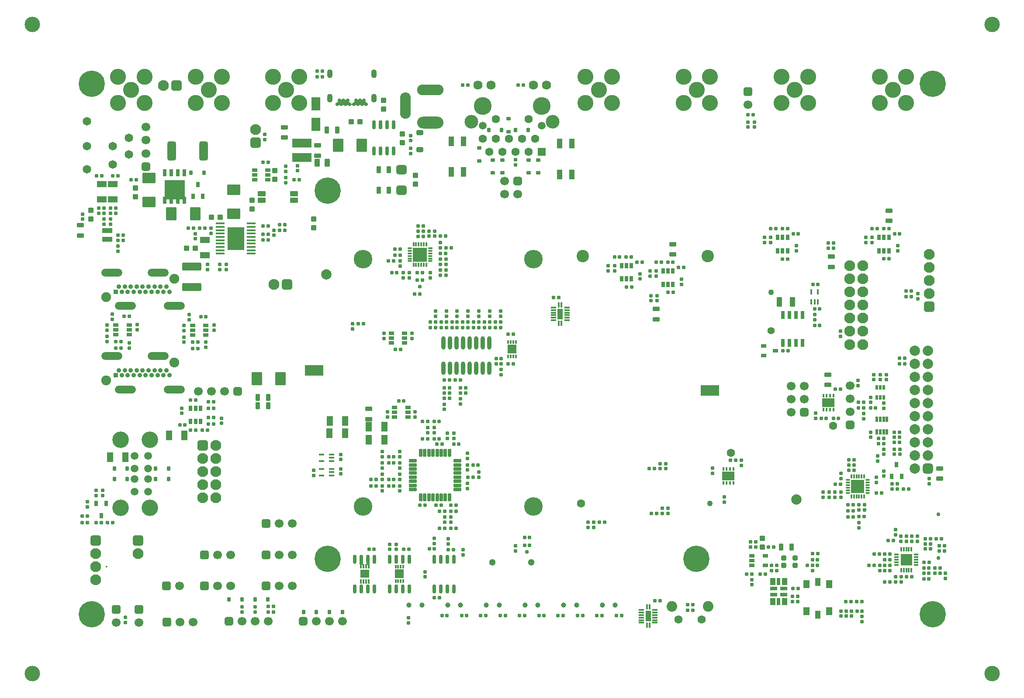
<source format=gbs>
G04*
G04 #@! TF.GenerationSoftware,Altium Limited,Altium Designer,19.1.6 (110)*
G04*
G04 Layer_Color=16711935*
%FSLAX44Y44*%
%MOMM*%
G71*
G01*
G75*
%ADD43C,1.6000*%
%ADD102C,3.0000*%
%ADD124C,1.7000*%
G04:AMPARAMS|DCode=136|XSize=1.1mm|YSize=1mm|CornerRadius=0.1625mm|HoleSize=0mm|Usage=FLASHONLY|Rotation=270.000|XOffset=0mm|YOffset=0mm|HoleType=Round|Shape=RoundedRectangle|*
%AMROUNDEDRECTD136*
21,1,1.1000,0.6750,0,0,270.0*
21,1,0.7750,1.0000,0,0,270.0*
1,1,0.3250,-0.3375,-0.3875*
1,1,0.3250,-0.3375,0.3875*
1,1,0.3250,0.3375,0.3875*
1,1,0.3250,0.3375,-0.3875*
%
%ADD136ROUNDEDRECTD136*%
G04:AMPARAMS|DCode=138|XSize=1.9mm|YSize=1.25mm|CornerRadius=0.1938mm|HoleSize=0mm|Usage=FLASHONLY|Rotation=180.000|XOffset=0mm|YOffset=0mm|HoleType=Round|Shape=RoundedRectangle|*
%AMROUNDEDRECTD138*
21,1,1.9000,0.8625,0,0,180.0*
21,1,1.5125,1.2500,0,0,180.0*
1,1,0.3875,-0.7563,0.4313*
1,1,0.3875,0.7563,0.4313*
1,1,0.3875,0.7563,-0.4313*
1,1,0.3875,-0.7563,-0.4313*
%
%ADD138ROUNDEDRECTD138*%
G04:AMPARAMS|DCode=169|XSize=0.7mm|YSize=0.7mm|CornerRadius=0.11mm|HoleSize=0mm|Usage=FLASHONLY|Rotation=180.000|XOffset=0mm|YOffset=0mm|HoleType=Round|Shape=RoundedRectangle|*
%AMROUNDEDRECTD169*
21,1,0.7000,0.4800,0,0,180.0*
21,1,0.4800,0.7000,0,0,180.0*
1,1,0.2200,-0.2400,0.2400*
1,1,0.2200,0.2400,0.2400*
1,1,0.2200,0.2400,-0.2400*
1,1,0.2200,-0.2400,-0.2400*
%
%ADD169ROUNDEDRECTD169*%
G04:AMPARAMS|DCode=170|XSize=2.6mm|YSize=2.1mm|CornerRadius=0.3mm|HoleSize=0mm|Usage=FLASHONLY|Rotation=90.000|XOffset=0mm|YOffset=0mm|HoleType=Round|Shape=RoundedRectangle|*
%AMROUNDEDRECTD170*
21,1,2.6000,1.5000,0,0,90.0*
21,1,2.0000,2.1000,0,0,90.0*
1,1,0.6000,0.7500,1.0000*
1,1,0.6000,0.7500,-1.0000*
1,1,0.6000,-0.7500,-1.0000*
1,1,0.6000,-0.7500,1.0000*
%
%ADD170ROUNDEDRECTD170*%
G04:AMPARAMS|DCode=171|XSize=0.6mm|YSize=0.7mm|CornerRadius=0.1mm|HoleSize=0mm|Usage=FLASHONLY|Rotation=90.000|XOffset=0mm|YOffset=0mm|HoleType=Round|Shape=RoundedRectangle|*
%AMROUNDEDRECTD171*
21,1,0.6000,0.5000,0,0,90.0*
21,1,0.4000,0.7000,0,0,90.0*
1,1,0.2000,0.2500,0.2000*
1,1,0.2000,0.2500,-0.2000*
1,1,0.2000,-0.2500,-0.2000*
1,1,0.2000,-0.2500,0.2000*
%
%ADD171ROUNDEDRECTD171*%
G04:AMPARAMS|DCode=172|XSize=0.6mm|YSize=0.7mm|CornerRadius=0.1mm|HoleSize=0mm|Usage=FLASHONLY|Rotation=0.000|XOffset=0mm|YOffset=0mm|HoleType=Round|Shape=RoundedRectangle|*
%AMROUNDEDRECTD172*
21,1,0.6000,0.5000,0,0,0.0*
21,1,0.4000,0.7000,0,0,0.0*
1,1,0.2000,0.2000,-0.2500*
1,1,0.2000,-0.2000,-0.2500*
1,1,0.2000,-0.2000,0.2500*
1,1,0.2000,0.2000,0.2500*
%
%ADD172ROUNDEDRECTD172*%
G04:AMPARAMS|DCode=173|XSize=1.5mm|YSize=1.1mm|CornerRadius=0.175mm|HoleSize=0mm|Usage=FLASHONLY|Rotation=90.000|XOffset=0mm|YOffset=0mm|HoleType=Round|Shape=RoundedRectangle|*
%AMROUNDEDRECTD173*
21,1,1.5000,0.7500,0,0,90.0*
21,1,1.1500,1.1000,0,0,90.0*
1,1,0.3500,0.3750,0.5750*
1,1,0.3500,0.3750,-0.5750*
1,1,0.3500,-0.3750,-0.5750*
1,1,0.3500,-0.3750,0.5750*
%
%ADD173ROUNDEDRECTD173*%
%ADD174C,2.0000*%
%ADD175R,3.6000X2.0000*%
G04:AMPARAMS|DCode=176|XSize=0.7mm|YSize=0.7mm|CornerRadius=0.11mm|HoleSize=0mm|Usage=FLASHONLY|Rotation=90.000|XOffset=0mm|YOffset=0mm|HoleType=Round|Shape=RoundedRectangle|*
%AMROUNDEDRECTD176*
21,1,0.7000,0.4800,0,0,90.0*
21,1,0.4800,0.7000,0,0,90.0*
1,1,0.2200,0.2400,0.2400*
1,1,0.2200,0.2400,-0.2400*
1,1,0.2200,-0.2400,-0.2400*
1,1,0.2200,-0.2400,0.2400*
%
%ADD176ROUNDEDRECTD176*%
G04:AMPARAMS|DCode=177|XSize=0.7mm|YSize=0.8mm|CornerRadius=0.125mm|HoleSize=0mm|Usage=FLASHONLY|Rotation=270.000|XOffset=0mm|YOffset=0mm|HoleType=Round|Shape=RoundedRectangle|*
%AMROUNDEDRECTD177*
21,1,0.7000,0.5500,0,0,270.0*
21,1,0.4500,0.8000,0,0,270.0*
1,1,0.2500,-0.2750,-0.2250*
1,1,0.2500,-0.2750,0.2250*
1,1,0.2500,0.2750,0.2250*
1,1,0.2500,0.2750,-0.2250*
%
%ADD177ROUNDEDRECTD177*%
%ADD185C,1.1000*%
%ADD186C,1.4000*%
%ADD187C,1.7800*%
%ADD188C,1.6080*%
%ADD189C,1.5080*%
%ADD190R,1.6080X1.6080*%
%ADD191C,2.6500*%
%ADD192C,3.4500*%
%ADD193C,1.6500*%
%ADD194O,2.1000X5.1000*%
%ADD195O,5.1000X2.3000*%
%ADD196O,5.1000X2.1000*%
%ADD197C,2.4000*%
%ADD198C,0.7500*%
%ADD199C,1.3000*%
%ADD200C,5.1000*%
%ADD201O,1.1000X1.7000*%
%ADD202C,0.7300*%
%ADD203C,2.0500*%
%ADD204C,1.5000*%
%ADD205C,3.2000*%
%ADD206C,2.1000*%
G04:AMPARAMS|DCode=207|XSize=2.1mm|YSize=2.1mm|CornerRadius=0.55mm|HoleSize=0mm|Usage=FLASHONLY|Rotation=270.000|XOffset=0mm|YOffset=0mm|HoleType=Round|Shape=RoundedRectangle|*
%AMROUNDEDRECTD207*
21,1,2.1000,1.0000,0,0,270.0*
21,1,1.0000,2.1000,0,0,270.0*
1,1,1.1000,-0.5000,-0.5000*
1,1,1.1000,-0.5000,0.5000*
1,1,1.1000,0.5000,0.5000*
1,1,1.1000,0.5000,-0.5000*
%
%ADD207ROUNDEDRECTD207*%
G04:AMPARAMS|DCode=208|XSize=1.7mm|YSize=1.7mm|CornerRadius=0.45mm|HoleSize=0mm|Usage=FLASHONLY|Rotation=90.000|XOffset=0mm|YOffset=0mm|HoleType=Round|Shape=RoundedRectangle|*
%AMROUNDEDRECTD208*
21,1,1.7000,0.8000,0,0,90.0*
21,1,0.8000,1.7000,0,0,90.0*
1,1,0.9000,0.4000,0.4000*
1,1,0.9000,0.4000,-0.4000*
1,1,0.9000,-0.4000,-0.4000*
1,1,0.9000,-0.4000,0.4000*
%
%ADD208ROUNDEDRECTD208*%
%ADD209O,4.1000X1.5000*%
%ADD210C,0.9000*%
%ADD211R,0.9000X0.9000*%
%ADD212C,1.9000*%
G04:AMPARAMS|DCode=213|XSize=1.624mm|YSize=1.624mm|CornerRadius=0.2405mm|HoleSize=0mm|Usage=FLASHONLY|Rotation=90.000|XOffset=0mm|YOffset=0mm|HoleType=Round|Shape=RoundedRectangle|*
%AMROUNDEDRECTD213*
21,1,1.6240,1.1430,0,0,90.0*
21,1,1.1430,1.6240,0,0,90.0*
1,1,0.4810,0.5715,0.5715*
1,1,0.4810,0.5715,-0.5715*
1,1,0.4810,-0.5715,-0.5715*
1,1,0.4810,-0.5715,0.5715*
%
%ADD213ROUNDEDRECTD213*%
%ADD214C,3.1000*%
%ADD215C,0.3500*%
G04:AMPARAMS|DCode=216|XSize=2mm|YSize=2mm|CornerRadius=0.525mm|HoleSize=0mm|Usage=FLASHONLY|Rotation=90.000|XOffset=0mm|YOffset=0mm|HoleType=Round|Shape=RoundedRectangle|*
%AMROUNDEDRECTD216*
21,1,2.0000,0.9500,0,0,90.0*
21,1,0.9500,2.0000,0,0,90.0*
1,1,1.0500,0.4750,0.4750*
1,1,1.0500,0.4750,-0.4750*
1,1,1.0500,-0.4750,-0.4750*
1,1,1.0500,-0.4750,0.4750*
%
%ADD216ROUNDEDRECTD216*%
G04:AMPARAMS|DCode=217|XSize=1.7mm|YSize=1.7mm|CornerRadius=0.45mm|HoleSize=0mm|Usage=FLASHONLY|Rotation=180.000|XOffset=0mm|YOffset=0mm|HoleType=Round|Shape=RoundedRectangle|*
%AMROUNDEDRECTD217*
21,1,1.7000,0.8000,0,0,180.0*
21,1,0.8000,1.7000,0,0,180.0*
1,1,0.9000,-0.4000,0.4000*
1,1,0.9000,0.4000,0.4000*
1,1,0.9000,0.4000,-0.4000*
1,1,0.9000,-0.4000,-0.4000*
%
%ADD217ROUNDEDRECTD217*%
%ADD218C,1.0000*%
G04:AMPARAMS|DCode=219|XSize=1.624mm|YSize=1.624mm|CornerRadius=0.2405mm|HoleSize=0mm|Usage=FLASHONLY|Rotation=0.000|XOffset=0mm|YOffset=0mm|HoleType=Round|Shape=RoundedRectangle|*
%AMROUNDEDRECTD219*
21,1,1.6240,1.1430,0,0,0.0*
21,1,1.1430,1.6240,0,0,0.0*
1,1,0.4810,0.5715,-0.5715*
1,1,0.4810,-0.5715,-0.5715*
1,1,0.4810,-0.5715,0.5715*
1,1,0.4810,0.5715,0.5715*
%
%ADD219ROUNDEDRECTD219*%
G04:AMPARAMS|DCode=220|XSize=2.1mm|YSize=2.1mm|CornerRadius=0.55mm|HoleSize=0mm|Usage=FLASHONLY|Rotation=180.000|XOffset=0mm|YOffset=0mm|HoleType=Round|Shape=RoundedRectangle|*
%AMROUNDEDRECTD220*
21,1,2.1000,1.0000,0,0,180.0*
21,1,1.0000,2.1000,0,0,180.0*
1,1,1.1000,-0.5000,0.5000*
1,1,1.1000,0.5000,0.5000*
1,1,1.1000,0.5000,-0.5000*
1,1,1.1000,-0.5000,-0.5000*
%
%ADD220ROUNDEDRECTD220*%
%ADD221C,3.6000*%
%ADD292R,1.7000X1.7000*%
G04:AMPARAMS|DCode=327|XSize=1.1mm|YSize=1.6mm|CornerRadius=0.3mm|HoleSize=0mm|Usage=FLASHONLY|Rotation=90.000|XOffset=0mm|YOffset=0mm|HoleType=Round|Shape=RoundedRectangle|*
%AMROUNDEDRECTD327*
21,1,1.1000,1.0000,0,0,90.0*
21,1,0.5000,1.6000,0,0,90.0*
1,1,0.6000,0.5000,0.2500*
1,1,0.6000,0.5000,-0.2500*
1,1,0.6000,-0.5000,-0.2500*
1,1,0.6000,-0.5000,0.2500*
%
%ADD327ROUNDEDRECTD327*%
G04:AMPARAMS|DCode=328|XSize=3.7mm|YSize=1.6mm|CornerRadius=0.2375mm|HoleSize=0mm|Usage=FLASHONLY|Rotation=0.000|XOffset=0mm|YOffset=0mm|HoleType=Round|Shape=RoundedRectangle|*
%AMROUNDEDRECTD328*
21,1,3.7000,1.1250,0,0,0.0*
21,1,3.2250,1.6000,0,0,0.0*
1,1,0.4750,1.6125,-0.5625*
1,1,0.4750,-1.6125,-0.5625*
1,1,0.4750,-1.6125,0.5625*
1,1,0.4750,1.6125,0.5625*
%
%ADD328ROUNDEDRECTD328*%
G04:AMPARAMS|DCode=329|XSize=2.6mm|YSize=2.1mm|CornerRadius=0.3mm|HoleSize=0mm|Usage=FLASHONLY|Rotation=180.000|XOffset=0mm|YOffset=0mm|HoleType=Round|Shape=RoundedRectangle|*
%AMROUNDEDRECTD329*
21,1,2.6000,1.5000,0,0,180.0*
21,1,2.0000,2.1000,0,0,180.0*
1,1,0.6000,-1.0000,0.7500*
1,1,0.6000,1.0000,0.7500*
1,1,0.6000,1.0000,-0.7500*
1,1,0.6000,-1.0000,-0.7500*
%
%ADD329ROUNDEDRECTD329*%
G04:AMPARAMS|DCode=330|XSize=0.55mm|YSize=0.8mm|CornerRadius=0.1063mm|HoleSize=0mm|Usage=FLASHONLY|Rotation=180.000|XOffset=0mm|YOffset=0mm|HoleType=Round|Shape=RoundedRectangle|*
%AMROUNDEDRECTD330*
21,1,0.5500,0.5875,0,0,180.0*
21,1,0.3375,0.8000,0,0,180.0*
1,1,0.2125,-0.1688,0.2938*
1,1,0.2125,0.1688,0.2938*
1,1,0.2125,0.1688,-0.2938*
1,1,0.2125,-0.1688,-0.2938*
%
%ADD330ROUNDEDRECTD330*%
%ADD331R,2.6000X2.6000*%
%ADD332O,0.3500X1.0000*%
%ADD333O,1.0000X0.3500*%
G04:AMPARAMS|DCode=334|XSize=0.7mm|YSize=1.1mm|CornerRadius=0.125mm|HoleSize=0mm|Usage=FLASHONLY|Rotation=90.000|XOffset=0mm|YOffset=0mm|HoleType=Round|Shape=RoundedRectangle|*
%AMROUNDEDRECTD334*
21,1,0.7000,0.8500,0,0,90.0*
21,1,0.4500,1.1000,0,0,90.0*
1,1,0.2500,0.4250,0.2250*
1,1,0.2500,0.4250,-0.2250*
1,1,0.2500,-0.4250,-0.2250*
1,1,0.2500,-0.4250,0.2250*
%
%ADD334ROUNDEDRECTD334*%
%ADD335R,0.5000X1.1000*%
%ADD336R,2.2000X2.2000*%
%ADD337R,0.9500X0.4000*%
%ADD338R,0.4000X0.9500*%
%ADD339R,0.5000X0.9500*%
G04:AMPARAMS|DCode=340|XSize=0.7mm|YSize=1.1mm|CornerRadius=0.125mm|HoleSize=0mm|Usage=FLASHONLY|Rotation=180.000|XOffset=0mm|YOffset=0mm|HoleType=Round|Shape=RoundedRectangle|*
%AMROUNDEDRECTD340*
21,1,0.7000,0.8500,0,0,180.0*
21,1,0.4500,1.1000,0,0,180.0*
1,1,0.2500,-0.2250,0.4250*
1,1,0.2500,0.2250,0.4250*
1,1,0.2500,0.2250,-0.4250*
1,1,0.2500,-0.2250,-0.4250*
%
%ADD340ROUNDEDRECTD340*%
%ADD341R,2.4500X1.7000*%
%ADD342R,0.4000X0.8000*%
G04:AMPARAMS|DCode=343|XSize=1.7mm|YSize=3.75mm|CornerRadius=0.45mm|HoleSize=0mm|Usage=FLASHONLY|Rotation=180.000|XOffset=0mm|YOffset=0mm|HoleType=Round|Shape=RoundedRectangle|*
%AMROUNDEDRECTD343*
21,1,1.7000,2.8500,0,0,180.0*
21,1,0.8000,3.7500,0,0,180.0*
1,1,0.9000,-0.4000,1.4250*
1,1,0.9000,0.4000,1.4250*
1,1,0.9000,0.4000,-1.4250*
1,1,0.9000,-0.4000,-1.4250*
%
%ADD343ROUNDEDRECTD343*%
%ADD344R,1.8000X2.6000*%
G04:AMPARAMS|DCode=345|XSize=1.8mm|YSize=2.1mm|CornerRadius=0.475mm|HoleSize=0mm|Usage=FLASHONLY|Rotation=90.000|XOffset=0mm|YOffset=0mm|HoleType=Round|Shape=RoundedRectangle|*
%AMROUNDEDRECTD345*
21,1,1.8000,1.1500,0,0,90.0*
21,1,0.8500,2.1000,0,0,90.0*
1,1,0.9500,0.5750,0.4250*
1,1,0.9500,0.5750,-0.4250*
1,1,0.9500,-0.5750,-0.4250*
1,1,0.9500,-0.5750,0.4250*
%
%ADD345ROUNDEDRECTD345*%
%ADD346R,1.3000X1.6000*%
%ADD347R,1.0000X1.5000*%
%ADD348R,0.8000X1.4500*%
%ADD349R,1.4500X0.8000*%
%ADD350R,1.1000X1.4500*%
G04:AMPARAMS|DCode=351|XSize=1mm|YSize=1mm|CornerRadius=0.1625mm|HoleSize=0mm|Usage=FLASHONLY|Rotation=0.000|XOffset=0mm|YOffset=0mm|HoleType=Round|Shape=RoundedRectangle|*
%AMROUNDEDRECTD351*
21,1,1.0000,0.6750,0,0,0.0*
21,1,0.6750,1.0000,0,0,0.0*
1,1,0.3250,0.3375,-0.3375*
1,1,0.3250,-0.3375,-0.3375*
1,1,0.3250,-0.3375,0.3375*
1,1,0.3250,0.3375,0.3375*
%
%ADD351ROUNDEDRECTD351*%
%ADD352R,0.3500X0.7250*%
%ADD353R,0.3900X0.7400*%
%ADD354R,1.8000X1.8000*%
%ADD355R,1.7000X1.5000*%
%ADD356R,0.4000X0.9000*%
G04:AMPARAMS|DCode=357|XSize=0.6mm|YSize=1.5mm|CornerRadius=0.1mm|HoleSize=0mm|Usage=FLASHONLY|Rotation=0.000|XOffset=0mm|YOffset=0mm|HoleType=Round|Shape=RoundedRectangle|*
%AMROUNDEDRECTD357*
21,1,0.6000,1.3000,0,0,0.0*
21,1,0.4000,1.5000,0,0,0.0*
1,1,0.2000,0.2000,-0.6500*
1,1,0.2000,-0.2000,-0.6500*
1,1,0.2000,-0.2000,0.6500*
1,1,0.2000,0.2000,0.6500*
%
%ADD357ROUNDEDRECTD357*%
G04:AMPARAMS|DCode=358|XSize=0.6mm|YSize=1.5mm|CornerRadius=0.1mm|HoleSize=0mm|Usage=FLASHONLY|Rotation=90.000|XOffset=0mm|YOffset=0mm|HoleType=Round|Shape=RoundedRectangle|*
%AMROUNDEDRECTD358*
21,1,0.6000,1.3000,0,0,90.0*
21,1,0.4000,1.5000,0,0,90.0*
1,1,0.2000,0.6500,0.2000*
1,1,0.2000,0.6500,-0.2000*
1,1,0.2000,-0.6500,-0.2000*
1,1,0.2000,-0.6500,0.2000*
%
%ADD358ROUNDEDRECTD358*%
%ADD359O,0.7000X1.8000*%
%ADD360R,1.0000X1.9400*%
G04:AMPARAMS|DCode=361|XSize=1.32mm|YSize=1.01mm|CornerRadius=0.1638mm|HoleSize=0mm|Usage=FLASHONLY|Rotation=180.000|XOffset=0mm|YOffset=0mm|HoleType=Round|Shape=RoundedRectangle|*
%AMROUNDEDRECTD361*
21,1,1.3200,0.6825,0,0,180.0*
21,1,0.9925,1.0100,0,0,180.0*
1,1,0.3275,-0.4963,0.3413*
1,1,0.3275,0.4963,0.3413*
1,1,0.3275,0.4963,-0.3413*
1,1,0.3275,-0.4963,-0.3413*
%
%ADD361ROUNDEDRECTD361*%
%ADD362R,0.3500X1.0000*%
%ADD363R,1.0000X0.3500*%
%ADD364R,1.0000X2.0000*%
%ADD365O,0.8000X2.6000*%
%ADD366R,3.2000X4.4000*%
%ADD367R,1.7000X0.4600*%
%ADD368R,0.7500X1.6250*%
%ADD369R,0.4600X1.1000*%
G04:AMPARAMS|DCode=370|XSize=0.6mm|YSize=0.7mm|CornerRadius=0.1125mm|HoleSize=0mm|Usage=FLASHONLY|Rotation=0.000|XOffset=0mm|YOffset=0mm|HoleType=Round|Shape=RoundedRectangle|*
%AMROUNDEDRECTD370*
21,1,0.6000,0.4750,0,0,0.0*
21,1,0.3750,0.7000,0,0,0.0*
1,1,0.2250,0.1875,-0.2375*
1,1,0.2250,-0.1875,-0.2375*
1,1,0.2250,-0.1875,0.2375*
1,1,0.2250,0.1875,0.2375*
%
%ADD370ROUNDEDRECTD370*%
%ADD371R,0.3550X0.6000*%
%ADD372R,0.7100X1.3700*%
%ADD373R,0.7100X0.8700*%
%ADD374R,4.0100X3.8500*%
G04:AMPARAMS|DCode=375|XSize=1.1mm|YSize=1.9mm|CornerRadius=0.3mm|HoleSize=0mm|Usage=FLASHONLY|Rotation=180.000|XOffset=0mm|YOffset=0mm|HoleType=Round|Shape=RoundedRectangle|*
%AMROUNDEDRECTD375*
21,1,1.1000,1.3000,0,0,180.0*
21,1,0.5000,1.9000,0,0,180.0*
1,1,0.6000,-0.2500,0.6500*
1,1,0.6000,0.2500,0.6500*
1,1,0.6000,0.2500,-0.6500*
1,1,0.6000,-0.2500,-0.6500*
%
%ADD375ROUNDEDRECTD375*%
G04:AMPARAMS|DCode=376|XSize=0.3393mm|YSize=0.8811mm|CornerRadius=0.1098mm|HoleSize=0mm|Usage=FLASHONLY|Rotation=180.000|XOffset=0mm|YOffset=0mm|HoleType=Round|Shape=RoundedRectangle|*
%AMROUNDEDRECTD376*
21,1,0.3393,0.6614,0,0,180.0*
21,1,0.1196,0.8811,0,0,180.0*
1,1,0.2196,-0.0598,0.3307*
1,1,0.2196,0.0598,0.3307*
1,1,0.2196,0.0598,-0.3307*
1,1,0.2196,-0.0598,-0.3307*
%
%ADD376ROUNDEDRECTD376*%
G04:AMPARAMS|DCode=377|XSize=0.8811mm|YSize=0.3393mm|CornerRadius=0.1098mm|HoleSize=0mm|Usage=FLASHONLY|Rotation=180.000|XOffset=0mm|YOffset=0mm|HoleType=Round|Shape=RoundedRectangle|*
%AMROUNDEDRECTD377*
21,1,0.8811,0.1196,0,0,180.0*
21,1,0.6614,0.3393,0,0,180.0*
1,1,0.2196,-0.3307,0.0598*
1,1,0.2196,0.3307,0.0598*
1,1,0.2196,0.3307,-0.0598*
1,1,0.2196,-0.3307,-0.0598*
%
%ADD377ROUNDEDRECTD377*%
%ADD378R,0.8811X0.3393*%
%ADD379R,2.8000X2.8000*%
G04:AMPARAMS|DCode=380|XSize=0.7mm|YSize=0.8mm|CornerRadius=0.125mm|HoleSize=0mm|Usage=FLASHONLY|Rotation=180.000|XOffset=0mm|YOffset=0mm|HoleType=Round|Shape=RoundedRectangle|*
%AMROUNDEDRECTD380*
21,1,0.7000,0.5500,0,0,180.0*
21,1,0.4500,0.8000,0,0,180.0*
1,1,0.2500,-0.2250,0.2750*
1,1,0.2500,0.2250,0.2750*
1,1,0.2500,0.2250,-0.2750*
1,1,0.2500,-0.2250,-0.2750*
%
%ADD380ROUNDEDRECTD380*%
G04:AMPARAMS|DCode=381|XSize=1.4mm|YSize=0.9mm|CornerRadius=0.15mm|HoleSize=0mm|Usage=FLASHONLY|Rotation=90.000|XOffset=0mm|YOffset=0mm|HoleType=Round|Shape=RoundedRectangle|*
%AMROUNDEDRECTD381*
21,1,1.4000,0.6000,0,0,90.0*
21,1,1.1000,0.9000,0,0,90.0*
1,1,0.3000,0.3000,0.5500*
1,1,0.3000,0.3000,-0.5500*
1,1,0.3000,-0.3000,-0.5500*
1,1,0.3000,-0.3000,0.5500*
%
%ADD381ROUNDEDRECTD381*%
G04:AMPARAMS|DCode=382|XSize=1.1mm|YSize=1mm|CornerRadius=0.1625mm|HoleSize=0mm|Usage=FLASHONLY|Rotation=180.000|XOffset=0mm|YOffset=0mm|HoleType=Round|Shape=RoundedRectangle|*
%AMROUNDEDRECTD382*
21,1,1.1000,0.6750,0,0,180.0*
21,1,0.7750,1.0000,0,0,180.0*
1,1,0.3250,-0.3875,0.3375*
1,1,0.3250,0.3875,0.3375*
1,1,0.3250,0.3875,-0.3375*
1,1,0.3250,-0.3875,-0.3375*
%
%ADD382ROUNDEDRECTD382*%
G04:AMPARAMS|DCode=383|XSize=1.4mm|YSize=0.9mm|CornerRadius=0.15mm|HoleSize=0mm|Usage=FLASHONLY|Rotation=0.000|XOffset=0mm|YOffset=0mm|HoleType=Round|Shape=RoundedRectangle|*
%AMROUNDEDRECTD383*
21,1,1.4000,0.6000,0,0,0.0*
21,1,1.1000,0.9000,0,0,0.0*
1,1,0.3000,0.5500,-0.3000*
1,1,0.3000,-0.5500,-0.3000*
1,1,0.3000,-0.5500,0.3000*
1,1,0.3000,0.5500,0.3000*
%
%ADD383ROUNDEDRECTD383*%
G04:AMPARAMS|DCode=384|XSize=1.9mm|YSize=1.25mm|CornerRadius=0.1938mm|HoleSize=0mm|Usage=FLASHONLY|Rotation=270.000|XOffset=0mm|YOffset=0mm|HoleType=Round|Shape=RoundedRectangle|*
%AMROUNDEDRECTD384*
21,1,1.9000,0.8625,0,0,270.0*
21,1,1.5125,1.2500,0,0,270.0*
1,1,0.3875,-0.4313,-0.7563*
1,1,0.3875,-0.4313,0.7563*
1,1,0.3875,0.4313,0.7563*
1,1,0.3875,0.4313,-0.7563*
%
%ADD384ROUNDEDRECTD384*%
%ADD385R,3.8000X1.7000*%
%ADD386R,1.1000X0.4600*%
G36*
X75250Y758250D02*
X55750D01*
Y767250D01*
X75250D01*
Y758250D01*
D02*
G37*
G36*
X573750Y132500D02*
X572500Y131250D01*
X568500D01*
X567750Y132000D01*
Y135750D01*
X573750D01*
Y132500D01*
D02*
G37*
G36*
X560750Y132000D02*
X560000Y131250D01*
X556000D01*
X554750Y132500D01*
Y135750D01*
X560750D01*
Y132000D01*
D02*
G37*
G36*
X568000Y1028250D02*
Y1026200D01*
X565550Y1023750D01*
X544950D01*
X543250Y1025450D01*
Y1024250D01*
X535250D01*
Y1025450D01*
X533550Y1023750D01*
X512950D01*
X510500Y1026200D01*
Y1028250D01*
X516000Y1033750D01*
X530500D01*
X536000Y1028250D01*
Y1026250D01*
X542500D01*
Y1028250D01*
X548000Y1033750D01*
X562500D01*
X568000Y1028250D01*
D02*
G37*
G36*
X75250Y775250D02*
X55750D01*
X55750Y784250D01*
X75250D01*
X75250Y775250D01*
D02*
G37*
D43*
X1472250Y400750D02*
D03*
X1274000Y348750D02*
D03*
X983250Y250000D02*
D03*
X1172500Y25300D02*
D03*
X1217500D02*
D03*
D102*
X-80150Y-80000D02*
D03*
X1780150Y-80000D02*
D03*
X1780150Y1180000D02*
D03*
X-80150Y1180000D02*
D03*
D124*
X1390785Y453035D02*
D03*
X1416214Y453035D02*
D03*
X1390785Y427607D02*
D03*
X1416214Y478464D02*
D03*
X1390786Y478464D02*
D03*
X304990Y90250D02*
D03*
X279590D02*
D03*
X241857Y468000D02*
D03*
X267286D02*
D03*
X292714D02*
D03*
X860714Y850786D02*
D03*
X835286Y876214D02*
D03*
Y850786D02*
D03*
X82500Y19300D02*
D03*
X1307500Y1024050D02*
D03*
X398590Y211250D02*
D03*
X423990D02*
D03*
X398590Y90250D02*
D03*
X423990D02*
D03*
X398590Y150750D02*
D03*
X423990D02*
D03*
X126750Y19300D02*
D03*
X206340Y20380D02*
D03*
X231740D02*
D03*
X205200Y90000D02*
D03*
X1505500Y428286D02*
D03*
Y453714D02*
D03*
Y479143D02*
D03*
X140000Y929786D02*
D03*
Y955214D02*
D03*
Y980643D02*
D03*
X304990Y150750D02*
D03*
X279590D02*
D03*
X521733Y21630D02*
D03*
X496304D02*
D03*
X470876D02*
D03*
X377233Y21630D02*
D03*
X351804D02*
D03*
X326376D02*
D03*
D136*
X538500Y991000D02*
D03*
X555500D02*
D03*
X267500Y806000D02*
D03*
X284500D02*
D03*
X218750Y745250D02*
D03*
X235750D02*
D03*
D138*
X254250Y762000D02*
D03*
Y732000D02*
D03*
X76250Y840500D02*
D03*
X76250Y870500D02*
D03*
X54750Y840500D02*
D03*
Y870500D02*
D03*
D169*
X100200Y29300D02*
D03*
Y19300D02*
D03*
X1307500Y980750D02*
D03*
Y990750D02*
D03*
X1319750Y980750D02*
D03*
Y990750D02*
D03*
X701510Y623350D02*
D03*
Y613350D02*
D03*
X722510Y623350D02*
D03*
Y613350D02*
D03*
X743510Y623350D02*
D03*
Y613350D02*
D03*
X829000Y500000D02*
D03*
Y510000D02*
D03*
X1008000Y214000D02*
D03*
Y204000D02*
D03*
X997000D02*
D03*
Y214000D02*
D03*
X1575737Y500494D02*
D03*
Y490494D02*
D03*
X1563487Y500494D02*
D03*
Y490494D02*
D03*
X541000Y599000D02*
D03*
Y589000D02*
D03*
X856849Y157897D02*
D03*
X856849Y167897D02*
D03*
X1136750Y317750D02*
D03*
Y327750D02*
D03*
X1147750Y317750D02*
D03*
Y327750D02*
D03*
X1140750Y230750D02*
D03*
Y240750D02*
D03*
X1151750Y230750D02*
D03*
Y240750D02*
D03*
X649101Y28525D02*
D03*
Y18525D02*
D03*
X351804Y49956D02*
D03*
X351804Y39956D02*
D03*
X326376Y49956D02*
D03*
Y39956D02*
D03*
X26750Y243750D02*
D03*
Y253750D02*
D03*
X1486500Y584500D02*
D03*
Y574500D02*
D03*
X1551237Y500494D02*
D03*
Y490494D02*
D03*
X598500Y329000D02*
D03*
X598500Y341250D02*
D03*
X465750Y314500D02*
D03*
Y304500D02*
D03*
X726310Y171650D02*
D03*
Y181650D02*
D03*
X755060Y150650D02*
D03*
Y160650D02*
D03*
X681000Y117800D02*
D03*
Y107800D02*
D03*
X699450Y182800D02*
D03*
Y172800D02*
D03*
X108000Y552000D02*
D03*
Y562000D02*
D03*
X65100Y574230D02*
D03*
Y564230D02*
D03*
X65100Y596730D02*
D03*
Y586730D02*
D03*
X686625Y397500D02*
D03*
Y387500D02*
D03*
X698875Y397500D02*
D03*
Y387500D02*
D03*
X724750Y376500D02*
D03*
Y386500D02*
D03*
X737000Y376500D02*
D03*
Y386500D02*
D03*
X719500Y214000D02*
D03*
Y224000D02*
D03*
X731750Y214000D02*
D03*
Y224000D02*
D03*
X598500Y306750D02*
D03*
Y296750D02*
D03*
X598500Y351250D02*
D03*
X598500Y274500D02*
D03*
Y284500D02*
D03*
X598500Y319000D02*
D03*
X763250Y315250D02*
D03*
Y325250D02*
D03*
X86500Y749520D02*
D03*
Y739520D02*
D03*
X1294250Y334000D02*
D03*
Y324000D02*
D03*
X1438000Y425500D02*
D03*
Y415500D02*
D03*
X625400Y171150D02*
D03*
Y161150D02*
D03*
X612700Y171150D02*
D03*
Y161150D02*
D03*
X266750Y784250D02*
D03*
Y774250D02*
D03*
X260000Y704500D02*
D03*
Y714500D02*
D03*
X295750Y704500D02*
D03*
Y714500D02*
D03*
X283500D02*
D03*
Y704500D02*
D03*
X388250Y780750D02*
D03*
Y770750D02*
D03*
X411545Y882475D02*
D03*
Y872475D02*
D03*
X411500Y894750D02*
D03*
Y904750D02*
D03*
X213850Y595730D02*
D03*
Y585730D02*
D03*
X256750Y553380D02*
D03*
Y563380D02*
D03*
X213850Y573230D02*
D03*
Y563230D02*
D03*
X653250Y939500D02*
D03*
Y929500D02*
D03*
X700161Y768951D02*
D03*
Y778951D02*
D03*
X721661Y693451D02*
D03*
Y703451D02*
D03*
X710661Y724701D02*
D03*
Y714701D02*
D03*
X721661Y724701D02*
D03*
Y714701D02*
D03*
X711161Y746701D02*
D03*
Y756701D02*
D03*
X710661Y693451D02*
D03*
Y703451D02*
D03*
X651161Y697951D02*
D03*
Y687951D02*
D03*
X632911Y710701D02*
D03*
Y720701D02*
D03*
X691161Y687951D02*
D03*
Y697951D02*
D03*
X638911Y687951D02*
D03*
Y697951D02*
D03*
X653250Y964500D02*
D03*
Y954500D02*
D03*
X286830Y405800D02*
D03*
Y415800D02*
D03*
X1601987Y345744D02*
D03*
Y355744D02*
D03*
X1531397Y414894D02*
D03*
X1531397Y424894D02*
D03*
X1590987Y355744D02*
D03*
X1590987Y345744D02*
D03*
X1558487Y342394D02*
D03*
Y332394D02*
D03*
X1569994Y345750D02*
D03*
Y355750D02*
D03*
X1544647Y456494D02*
D03*
Y446494D02*
D03*
X72000Y802250D02*
D03*
Y792250D02*
D03*
X59000Y802250D02*
D03*
Y792250D02*
D03*
X718760Y442850D02*
D03*
Y432850D02*
D03*
X749760Y443600D02*
D03*
Y453600D02*
D03*
X764510Y613350D02*
D03*
Y623350D02*
D03*
X785510Y613350D02*
D03*
Y623350D02*
D03*
X806510Y613350D02*
D03*
Y623350D02*
D03*
X827510Y613350D02*
D03*
Y623350D02*
D03*
X1593000Y97750D02*
D03*
Y107750D02*
D03*
X1689990Y104500D02*
D03*
Y114500D02*
D03*
X1636000Y186500D02*
D03*
Y176500D02*
D03*
X1593000Y189500D02*
D03*
Y199500D02*
D03*
X1614000Y176500D02*
D03*
Y186500D02*
D03*
X1625000Y176500D02*
D03*
Y186500D02*
D03*
X1452750Y272250D02*
D03*
Y262250D02*
D03*
X1487400Y41650D02*
D03*
Y31650D02*
D03*
X1432000Y119750D02*
D03*
Y129750D02*
D03*
X1528400Y20650D02*
D03*
Y30650D02*
D03*
X1535630Y757000D02*
D03*
Y767000D02*
D03*
X1547880D02*
D03*
Y757000D02*
D03*
X1339250Y756725D02*
D03*
X1339250Y766725D02*
D03*
X1351500D02*
D03*
Y756725D02*
D03*
X1117150Y691600D02*
D03*
X1117150Y701600D02*
D03*
X1129400D02*
D03*
Y691600D02*
D03*
X1036380Y702000D02*
D03*
Y712000D02*
D03*
X1048630D02*
D03*
Y702000D02*
D03*
X44250Y265500D02*
D03*
X44250Y275500D02*
D03*
X56500Y265500D02*
D03*
Y275500D02*
D03*
D170*
X401500Y492500D02*
D03*
X355500D02*
D03*
X512500Y945250D02*
D03*
X558500D02*
D03*
X235750Y812250D02*
D03*
X189750D02*
D03*
D171*
X733510Y591850D02*
D03*
X743510D02*
D03*
X667661Y788451D02*
D03*
X677661D02*
D03*
Y778451D02*
D03*
X667661D02*
D03*
Y768451D02*
D03*
X677661D02*
D03*
X1510750Y235750D02*
D03*
X1500750D02*
D03*
X1510750Y224500D02*
D03*
X1500750D02*
D03*
X722510Y591850D02*
D03*
X712510D02*
D03*
X829000Y531500D02*
D03*
X819000D02*
D03*
X701510Y591850D02*
D03*
X691510D02*
D03*
X472500Y1078750D02*
D03*
X482500D02*
D03*
X940500Y650000D02*
D03*
X930500D02*
D03*
X562000Y599000D02*
D03*
X552000D02*
D03*
X1200250Y43050D02*
D03*
X1190250D02*
D03*
X1126750Y61250D02*
D03*
X1136750D02*
D03*
X1651000Y162000D02*
D03*
X1661000D02*
D03*
X1512500Y324500D02*
D03*
X1502500D02*
D03*
X1512500Y314500D02*
D03*
X1502500D02*
D03*
X1472750Y415500D02*
D03*
X1482750D02*
D03*
X1442854Y675500D02*
D03*
X1432854D02*
D03*
X709450Y67650D02*
D03*
X699450D02*
D03*
X689450Y162300D02*
D03*
X699450D02*
D03*
X98000Y613730D02*
D03*
X108000D02*
D03*
X671000Y246750D02*
D03*
X681000D02*
D03*
X712750Y247000D02*
D03*
X702750D02*
D03*
X731750Y235500D02*
D03*
X741750D02*
D03*
X719500D02*
D03*
X709500D02*
D03*
X708875Y375750D02*
D03*
X698875D02*
D03*
X676625D02*
D03*
X686625D02*
D03*
X852500Y521490D02*
D03*
X842500D02*
D03*
X1384700Y546880D02*
D03*
X1374700D02*
D03*
X1476500Y472250D02*
D03*
X1486500D02*
D03*
X640250Y161750D02*
D03*
X650250D02*
D03*
X572750D02*
D03*
X582750D02*
D03*
X1586250Y288500D02*
D03*
X1596250D02*
D03*
Y278500D02*
D03*
X1586250D02*
D03*
X121500Y879000D02*
D03*
X111500D02*
D03*
X222250Y785000D02*
D03*
X232250D02*
D03*
X256750Y612730D02*
D03*
X246750D02*
D03*
X632911Y743701D02*
D03*
X622911D02*
D03*
X632911Y732451D02*
D03*
X622911D02*
D03*
X226580Y451150D02*
D03*
X236580D02*
D03*
X216100Y402650D02*
D03*
X206100D02*
D03*
X1600981Y368644D02*
D03*
X1590981D02*
D03*
Y378644D02*
D03*
X1600981D02*
D03*
X1590981Y388644D02*
D03*
X1600981D02*
D03*
X1531397Y435494D02*
D03*
X1521397D02*
D03*
X1569987Y366244D02*
D03*
X1559987D02*
D03*
X1559994Y376297D02*
D03*
X1569994D02*
D03*
X82000Y823750D02*
D03*
X72000D02*
D03*
X59000D02*
D03*
X49000D02*
D03*
X86525Y761245D02*
D03*
X96525D02*
D03*
X96500Y771250D02*
D03*
X86500D02*
D03*
X749760Y464350D02*
D03*
X759760Y464350D02*
D03*
X754510Y591850D02*
D03*
X764510D02*
D03*
X775510Y591850D02*
D03*
X785510D02*
D03*
X796510Y591850D02*
D03*
X806510D02*
D03*
X817510Y591850D02*
D03*
X827510D02*
D03*
X759760Y474350D02*
D03*
X749760D02*
D03*
X718760Y454600D02*
D03*
X728760D02*
D03*
X718760Y464600D02*
D03*
X728760D02*
D03*
X718760Y474600D02*
D03*
X728760D02*
D03*
X1661000Y182000D02*
D03*
X1651000D02*
D03*
X1572000Y97750D02*
D03*
X1582000D02*
D03*
X1651000Y172000D02*
D03*
X1661000D02*
D03*
X1678250Y158000D02*
D03*
X1688250D02*
D03*
Y168000D02*
D03*
X1678250D02*
D03*
X1572000Y141000D02*
D03*
X1582000D02*
D03*
X1552000Y152000D02*
D03*
X1562000D02*
D03*
X1679490Y114500D02*
D03*
X1669490D02*
D03*
X1624500Y108250D02*
D03*
X1614500D02*
D03*
X1556000Y271000D02*
D03*
X1566000D02*
D03*
X1394250Y85250D02*
D03*
X1404250D02*
D03*
X1314750Y113000D02*
D03*
X1304750D02*
D03*
X1570230Y725150D02*
D03*
X1580230Y725150D02*
D03*
X1601230Y773650D02*
D03*
X1591230D02*
D03*
X1374370Y724875D02*
D03*
X1384370D02*
D03*
X1404850Y773375D02*
D03*
X1394850D02*
D03*
X1152270Y659750D02*
D03*
X1162270D02*
D03*
X1182750Y708250D02*
D03*
X1172750Y708250D02*
D03*
X1071500Y670150D02*
D03*
X1081500D02*
D03*
X1101980Y718650D02*
D03*
X1091980D02*
D03*
X53750Y213250D02*
D03*
X43750D02*
D03*
D172*
X433750Y896000D02*
D03*
Y906000D02*
D03*
X18000Y812000D02*
D03*
Y802000D02*
D03*
X370250Y956500D02*
D03*
Y966500D02*
D03*
X856250Y907250D02*
D03*
Y917250D02*
D03*
X1130750Y653750D02*
D03*
Y643750D02*
D03*
X1119500Y643750D02*
D03*
Y653750D02*
D03*
X1463250Y756000D02*
D03*
Y746000D02*
D03*
X1473250D02*
D03*
Y756000D02*
D03*
X1636321Y647321D02*
D03*
Y657321D02*
D03*
X1658500Y288500D02*
D03*
Y298500D02*
D03*
X608380Y418000D02*
D03*
Y428000D02*
D03*
X662120Y418000D02*
D03*
Y428000D02*
D03*
X655870Y580750D02*
D03*
Y570750D02*
D03*
X602130Y580750D02*
D03*
Y570750D02*
D03*
X518000Y345500D02*
D03*
Y335500D02*
D03*
X518000Y317597D02*
D03*
Y307597D02*
D03*
X1436250Y607000D02*
D03*
Y617000D02*
D03*
X1520715Y489000D02*
D03*
Y479000D02*
D03*
X75350Y607730D02*
D03*
Y617730D02*
D03*
X123850Y597250D02*
D03*
Y587250D02*
D03*
X785750Y301250D02*
D03*
Y311250D02*
D03*
X763750Y289000D02*
D03*
Y279000D02*
D03*
X763500Y347500D02*
D03*
Y337500D02*
D03*
X632500Y296750D02*
D03*
Y306750D02*
D03*
Y284500D02*
D03*
Y274500D02*
D03*
X632500Y341250D02*
D03*
X632500Y351250D02*
D03*
X632500Y329000D02*
D03*
Y319000D02*
D03*
X1261750Y263250D02*
D03*
X1261750Y253250D02*
D03*
X1238750Y319000D02*
D03*
Y309000D02*
D03*
X1570754Y303404D02*
D03*
Y313404D02*
D03*
X236250Y764000D02*
D03*
Y774000D02*
D03*
X272600Y586250D02*
D03*
X272600Y596250D02*
D03*
X224100Y616730D02*
D03*
Y606730D02*
D03*
X688911Y768951D02*
D03*
Y778951D02*
D03*
X210100Y425300D02*
D03*
Y435300D02*
D03*
X1544737Y378744D02*
D03*
Y388744D02*
D03*
X1570012Y434879D02*
D03*
Y444879D02*
D03*
X1562500Y130000D02*
D03*
Y120000D02*
D03*
X1582500D02*
D03*
Y130000D02*
D03*
X1572500Y120000D02*
D03*
Y130000D02*
D03*
X1604000Y97750D02*
D03*
Y107750D02*
D03*
X1647990Y125000D02*
D03*
Y115000D02*
D03*
X1657990Y125000D02*
D03*
Y115000D02*
D03*
X1603500Y176500D02*
D03*
Y186500D02*
D03*
X1522500Y237500D02*
D03*
Y247500D02*
D03*
Y203000D02*
D03*
Y213000D02*
D03*
X1533500Y247500D02*
D03*
X1533500Y237500D02*
D03*
X1487000Y298500D02*
D03*
Y308500D02*
D03*
X1464500Y272250D02*
D03*
Y262250D02*
D03*
X1475750Y272250D02*
D03*
Y262250D02*
D03*
X1555750Y291000D02*
D03*
Y301000D02*
D03*
X1487000Y272250D02*
D03*
Y262250D02*
D03*
X1497900Y41650D02*
D03*
Y31650D02*
D03*
X1507900Y41650D02*
D03*
Y31650D02*
D03*
X1403750Y60000D02*
D03*
Y70000D02*
D03*
X1393750Y60000D02*
D03*
X1393750Y70000D02*
D03*
X1363000Y129750D02*
D03*
Y119750D02*
D03*
X1314750Y102500D02*
D03*
Y92500D02*
D03*
X1353000Y129750D02*
D03*
Y119750D02*
D03*
X1322000Y165750D02*
D03*
Y175750D02*
D03*
X1312000D02*
D03*
Y165750D02*
D03*
X1597230Y741000D02*
D03*
Y751000D02*
D03*
X1400850Y740725D02*
D03*
Y750725D02*
D03*
X1178750Y675600D02*
D03*
Y685600D02*
D03*
X1097980Y686000D02*
D03*
Y696000D02*
D03*
D173*
X472000Y911750D02*
D03*
X492000D02*
D03*
D174*
X490000Y695250D02*
D03*
X1400750Y258000D02*
D03*
X1630800Y546800D02*
D03*
Y521400D02*
D03*
X1630800Y496000D02*
D03*
X1630800Y470600D02*
D03*
Y445200D02*
D03*
Y419800D02*
D03*
Y394400D02*
D03*
X1630800Y369000D02*
D03*
X1630800Y343600D02*
D03*
Y318200D02*
D03*
X1656200Y546800D02*
D03*
Y521400D02*
D03*
X1656200Y496000D02*
D03*
X1656200Y470600D02*
D03*
Y445200D02*
D03*
Y419800D02*
D03*
Y394400D02*
D03*
X1656200Y369000D02*
D03*
X1656200Y343600D02*
D03*
D175*
X1233500Y469750D02*
D03*
X466250Y508250D02*
D03*
D176*
X1317500Y1004500D02*
D03*
X1307500D02*
D03*
X1510750Y247500D02*
D03*
X1500750D02*
D03*
X1613321Y662821D02*
D03*
X1623321D02*
D03*
X1613321Y651821D02*
D03*
X1623321D02*
D03*
X1432250Y153000D02*
D03*
X1442250D02*
D03*
X691510Y602350D02*
D03*
X701510D02*
D03*
X712510Y602350D02*
D03*
X722510D02*
D03*
X733510D02*
D03*
X743510D02*
D03*
X829000Y521000D02*
D03*
X819000D02*
D03*
X482500Y1089500D02*
D03*
X472500D02*
D03*
X586250Y284500D02*
D03*
X576250D02*
D03*
X586250Y296750D02*
D03*
X576250D02*
D03*
X884099Y184397D02*
D03*
X874099D02*
D03*
X1125750Y317750D02*
D03*
X1115750D02*
D03*
X1129750Y231000D02*
D03*
X1119750D02*
D03*
X1019000Y214000D02*
D03*
X1029000D02*
D03*
X1190250Y53550D02*
D03*
X1200250D02*
D03*
X377233Y50380D02*
D03*
X387233D02*
D03*
X377233Y39380D02*
D03*
X387233D02*
D03*
X26750Y213250D02*
D03*
X16750D02*
D03*
X26750Y225780D02*
D03*
X16750D02*
D03*
X754000Y1062250D02*
D03*
X764000D02*
D03*
X861500D02*
D03*
X871500D02*
D03*
X1601000Y532500D02*
D03*
X1611000D02*
D03*
X1601000Y521500D02*
D03*
X1611000D02*
D03*
X1512500Y335000D02*
D03*
X1502500D02*
D03*
X630250Y449720D02*
D03*
X640250D02*
D03*
X624000Y549030D02*
D03*
X634000D02*
D03*
X1436250Y596000D02*
D03*
X1446250D02*
D03*
X1436250Y628000D02*
D03*
X1446250D02*
D03*
X726310Y160650D02*
D03*
X736310D02*
D03*
X92000Y552130D02*
D03*
X82000D02*
D03*
X82000Y564380D02*
D03*
X92000D02*
D03*
X708875Y409750D02*
D03*
X698875D02*
D03*
X676625D02*
D03*
X686625D02*
D03*
X764250Y301250D02*
D03*
X774250D02*
D03*
X741750Y247250D02*
D03*
X731750D02*
D03*
X704500Y365250D02*
D03*
X714500D02*
D03*
X747000Y365500D02*
D03*
X737000D02*
D03*
X610750Y284500D02*
D03*
X620750D02*
D03*
X610750Y329000D02*
D03*
X620750D02*
D03*
X610750Y296750D02*
D03*
X620750D02*
D03*
X610750Y341250D02*
D03*
X620750D02*
D03*
X741750Y201750D02*
D03*
X731750D02*
D03*
X709500D02*
D03*
X719500D02*
D03*
X774250Y325250D02*
D03*
X784250D02*
D03*
X1618500Y278500D02*
D03*
X1608500D02*
D03*
X842500Y578510D02*
D03*
X852500D02*
D03*
X1283250Y334000D02*
D03*
X1273250D02*
D03*
X1459000Y415500D02*
D03*
X1449000D02*
D03*
X377125Y912625D02*
D03*
X367125D02*
D03*
X254500Y785000D02*
D03*
X244500D02*
D03*
X377250Y788500D02*
D03*
X367250D02*
D03*
X377250Y773000D02*
D03*
X367250D02*
D03*
X399250Y791750D02*
D03*
X409250D02*
D03*
X399250Y780750D02*
D03*
X409250D02*
D03*
X437500Y878500D02*
D03*
X427500D02*
D03*
X367250Y762000D02*
D03*
X377250D02*
D03*
X240750Y551130D02*
D03*
X230750D02*
D03*
X230750Y563380D02*
D03*
X240750D02*
D03*
X610661Y720701D02*
D03*
X620661D02*
D03*
X616661Y697951D02*
D03*
X626661D02*
D03*
X661411Y656839D02*
D03*
X671411D02*
D03*
X711161Y735701D02*
D03*
X721161D02*
D03*
X676411Y697951D02*
D03*
X666411D02*
D03*
X722161Y746701D02*
D03*
X732161D02*
D03*
X711161Y768951D02*
D03*
X721161D02*
D03*
X237100Y392400D02*
D03*
X227100D02*
D03*
X259600Y392400D02*
D03*
X249600D02*
D03*
X261580Y435300D02*
D03*
X271580D02*
D03*
X261580Y447550D02*
D03*
X271580D02*
D03*
X261580Y416800D02*
D03*
X271580D02*
D03*
X261580Y404550D02*
D03*
X271580Y404550D02*
D03*
X1531397Y446594D02*
D03*
X1521397D02*
D03*
X1554647Y435494D02*
D03*
X1544647D02*
D03*
X72000Y813250D02*
D03*
X82000D02*
D03*
X86250Y886000D02*
D03*
X76250Y886000D02*
D03*
X49000Y813250D02*
D03*
X59000D02*
D03*
X54750Y886250D02*
D03*
X44750D02*
D03*
X718760Y490100D02*
D03*
X728760D02*
D03*
X749735Y490105D02*
D03*
X739735D02*
D03*
X764510Y602350D02*
D03*
X754510D02*
D03*
X785510Y602350D02*
D03*
X775510D02*
D03*
X806510Y602350D02*
D03*
X796510D02*
D03*
X817510Y602350D02*
D03*
X827510D02*
D03*
X1552000Y130000D02*
D03*
X1542000D02*
D03*
X1672250Y182000D02*
D03*
X1682250D02*
D03*
X1578640Y178400D02*
D03*
X1588640D02*
D03*
X1679490Y125000D02*
D03*
X1669490D02*
D03*
X1572000Y152000D02*
D03*
X1582000D02*
D03*
X1658490Y136000D02*
D03*
X1648490D02*
D03*
X1647990Y104000D02*
D03*
X1657990D02*
D03*
X1522500Y225250D02*
D03*
X1532500D02*
D03*
X1486500Y287500D02*
D03*
X1476500D02*
D03*
X1432000Y140750D02*
D03*
X1442000D02*
D03*
X1432000Y129750D02*
D03*
X1442000D02*
D03*
X1528400Y41650D02*
D03*
X1518400D02*
D03*
X1518250Y60000D02*
D03*
X1528250D02*
D03*
X1497000Y60000D02*
D03*
X1507000D02*
D03*
X1432000Y129750D02*
D03*
X1422000D02*
D03*
X1330750Y113000D02*
D03*
X1340750D02*
D03*
X1347250Y165750D02*
D03*
X1357250D02*
D03*
X1580250Y783880D02*
D03*
X1570250D02*
D03*
X1557730Y783900D02*
D03*
X1547730D02*
D03*
X1383850Y783625D02*
D03*
X1373850D02*
D03*
X1361350Y783625D02*
D03*
X1351350Y783625D02*
D03*
X1161750Y718500D02*
D03*
X1151750D02*
D03*
X1139250D02*
D03*
X1129250Y718500D02*
D03*
X1080980Y728900D02*
D03*
X1070980D02*
D03*
X1058480D02*
D03*
X1048480D02*
D03*
X912101Y32525D02*
D03*
X902101D02*
D03*
X864101Y32525D02*
D03*
X874101D02*
D03*
X837101Y32525D02*
D03*
X827101D02*
D03*
X789101Y32525D02*
D03*
X799101D02*
D03*
X714101D02*
D03*
X724101D02*
D03*
X762101Y32525D02*
D03*
X752101D02*
D03*
X1014101Y32500D02*
D03*
X1024101D02*
D03*
X1062101Y32500D02*
D03*
X1052101D02*
D03*
X939101Y32500D02*
D03*
X949101D02*
D03*
X987101Y32500D02*
D03*
X977101D02*
D03*
X65750Y213250D02*
D03*
X75750D02*
D03*
D177*
X843500Y996750D02*
D03*
Y971750D02*
D03*
X786000Y915250D02*
D03*
Y940250D02*
D03*
X812250Y891750D02*
D03*
Y916750D02*
D03*
X831000Y891750D02*
D03*
Y916750D02*
D03*
X881750Y916750D02*
D03*
Y891750D02*
D03*
X900450Y916750D02*
D03*
Y891750D02*
D03*
D185*
X1352250Y660500D02*
D03*
X1233250Y250000D02*
D03*
D186*
X1352250Y585500D02*
D03*
D187*
X783600Y1062250D02*
D03*
X809000D02*
D03*
X891000D02*
D03*
X916400D02*
D03*
D188*
X818250Y996050D02*
D03*
X881750D02*
D03*
X792850Y958150D02*
D03*
X805550Y932750D02*
D03*
X818250Y958150D02*
D03*
X830950Y932750D02*
D03*
X843650Y958150D02*
D03*
X856350Y932750D02*
D03*
X869050Y958150D02*
D03*
X881750Y932750D02*
D03*
X894450Y958150D02*
D03*
D189*
X792850Y983350D02*
D03*
X907150D02*
D03*
D190*
X907150Y932750D02*
D03*
D191*
X771500Y991150D02*
D03*
X928500D02*
D03*
D192*
X792850Y1021650D02*
D03*
X907150Y1021650D02*
D03*
D193*
X76000Y944000D02*
D03*
X26000D02*
D03*
X107000Y928000D02*
D03*
X26000Y899000D02*
D03*
X107000Y960000D02*
D03*
X76000Y908000D02*
D03*
X26000Y992000D02*
D03*
D194*
X643500Y1022750D02*
D03*
D195*
X691500Y989750D02*
D03*
D196*
Y1052750D02*
D03*
D197*
X987250Y730500D02*
D03*
X1229250D02*
D03*
D198*
X1676350Y229500D02*
D03*
Y144500D02*
D03*
D199*
X811500Y136250D02*
D03*
X887500D02*
D03*
D200*
X1665000Y35000D02*
D03*
X492500Y857500D02*
D03*
Y142500D02*
D03*
X1207500D02*
D03*
X35000Y1065000D02*
D03*
Y35000D02*
D03*
X1665000Y1065000D02*
D03*
D201*
X581950Y1084250D02*
D03*
X496550D02*
D03*
X581950Y1036950D02*
D03*
X496550D02*
D03*
D202*
X515250Y1032450D02*
D03*
X563250D02*
D03*
X523250D02*
D03*
X555250D02*
D03*
X531250D02*
D03*
X547250D02*
D03*
X511250Y1025450D02*
D03*
X567250D02*
D03*
X519250D02*
D03*
X559250D02*
D03*
X527250D02*
D03*
X551250D02*
D03*
X535250D02*
D03*
X543250D02*
D03*
D203*
X1230050Y50200D02*
D03*
X1159950D02*
D03*
D204*
X144900Y343000D02*
D03*
X144900Y318000D02*
D03*
Y298000D02*
D03*
Y273000D02*
D03*
X118700Y343000D02*
D03*
Y318000D02*
D03*
Y298000D02*
D03*
Y273000D02*
D03*
D205*
X91600Y242300D02*
D03*
Y373700D02*
D03*
X148400Y242300D02*
D03*
Y373700D02*
D03*
D206*
X275714Y286821D02*
D03*
X250286D02*
D03*
X275714Y312250D02*
D03*
X250286D02*
D03*
X275714Y337678D02*
D03*
X250286D02*
D03*
X275714Y363107D02*
D03*
X250286Y261393D02*
D03*
X275714Y261393D02*
D03*
X1658750Y733607D02*
D03*
X1658750Y708178D02*
D03*
X1658750Y682750D02*
D03*
X1658750Y657321D02*
D03*
X1504536Y711536D02*
D03*
X1529964D02*
D03*
X1504536Y686107D02*
D03*
X1529964Y686107D02*
D03*
X1504536Y660679D02*
D03*
X1529964D02*
D03*
X1504536Y635250D02*
D03*
X1529964D02*
D03*
X1504536Y609822D02*
D03*
X1529964D02*
D03*
X1504536Y584393D02*
D03*
X1529964Y584393D02*
D03*
X1504536Y558964D02*
D03*
X1529964D02*
D03*
X42870Y102519D02*
D03*
Y127947D02*
D03*
Y153376D02*
D03*
X352500Y975714D02*
D03*
X124910Y153376D02*
D03*
X174036Y1061250D02*
D03*
X388286Y675250D02*
D03*
D207*
X250286Y363107D02*
D03*
X1658750Y631893D02*
D03*
X42870Y178804D02*
D03*
X352500Y950286D02*
D03*
X124910Y178804D02*
D03*
D208*
X1416214Y427607D02*
D03*
X1505500Y402857D02*
D03*
X140000Y904357D02*
D03*
D209*
X74501Y698483D02*
D03*
X164501Y698483D02*
D03*
X195501Y633483D02*
D03*
X100501D02*
D03*
Y471483D02*
D03*
X195501D02*
D03*
X164501Y536483D02*
D03*
X74501D02*
D03*
D210*
X180261Y670983D02*
D03*
X168701D02*
D03*
X157141D02*
D03*
X145581D02*
D03*
X134021D02*
D03*
X122461D02*
D03*
X110901D02*
D03*
X99341D02*
D03*
X186041Y660983D02*
D03*
X174481Y660983D02*
D03*
X162921D02*
D03*
X151361D02*
D03*
X139801D02*
D03*
X128241Y660983D02*
D03*
X116681D02*
D03*
X105121D02*
D03*
X93561D02*
D03*
X87781Y670983D02*
D03*
Y508983D02*
D03*
X93561Y498983D02*
D03*
X105121D02*
D03*
X116681D02*
D03*
X128241D02*
D03*
X139801D02*
D03*
X151361D02*
D03*
X162921D02*
D03*
X174481D02*
D03*
X186041D02*
D03*
X99341Y508983D02*
D03*
X110901D02*
D03*
X122461D02*
D03*
X134021D02*
D03*
X145581D02*
D03*
X157141D02*
D03*
X168701D02*
D03*
X180261D02*
D03*
D211*
X82001Y660983D02*
D03*
Y498983D02*
D03*
D212*
X195501Y685983D02*
D03*
X63001Y650983D02*
D03*
Y488983D02*
D03*
X195501Y523983D02*
D03*
D213*
X254190Y90250D02*
D03*
X373190Y211250D02*
D03*
Y90250D02*
D03*
Y150750D02*
D03*
X180940Y20380D02*
D03*
X179800Y90000D02*
D03*
X254190Y150750D02*
D03*
D214*
X86500Y1078250D02*
D03*
Y1027250D02*
D03*
X137500Y1078250D02*
D03*
X112000Y1052750D02*
D03*
X137500Y1027250D02*
D03*
X287500Y1027250D02*
D03*
X262000Y1052750D02*
D03*
X287500Y1078250D02*
D03*
X236500Y1027250D02*
D03*
Y1078250D02*
D03*
X437500Y1027250D02*
D03*
X412000Y1052750D02*
D03*
X437500Y1078250D02*
D03*
X386500Y1027250D02*
D03*
Y1078250D02*
D03*
X1562500Y1078250D02*
D03*
Y1027250D02*
D03*
X1613500Y1078250D02*
D03*
X1588000Y1052750D02*
D03*
X1613500Y1027250D02*
D03*
X1182500Y1078250D02*
D03*
X1182500Y1027250D02*
D03*
X1233500Y1078250D02*
D03*
X1208000Y1052750D02*
D03*
X1233500Y1027250D02*
D03*
X1372500Y1078250D02*
D03*
Y1027250D02*
D03*
X1423500Y1078250D02*
D03*
X1398000Y1052750D02*
D03*
X1423500Y1027250D02*
D03*
X992500Y1078250D02*
D03*
Y1027250D02*
D03*
X1043500Y1078250D02*
D03*
X1018000Y1052750D02*
D03*
X1043500Y1027250D02*
D03*
D215*
X64470Y127947D02*
D03*
D216*
X1656200Y318200D02*
D03*
D217*
X318143Y468000D02*
D03*
X860714Y876214D02*
D03*
X445447Y21630D02*
D03*
X300947Y21630D02*
D03*
D218*
X675105Y53025D02*
D03*
X650105D02*
D03*
X1025105Y53000D02*
D03*
X1050105D02*
D03*
X950105Y53025D02*
D03*
X975105D02*
D03*
X875105D02*
D03*
X900105D02*
D03*
X800105D02*
D03*
X825105D02*
D03*
X725105D02*
D03*
X750105D02*
D03*
D219*
X82500Y44700D02*
D03*
X1307500Y1049450D02*
D03*
X126750Y44700D02*
D03*
D220*
X199464Y1061250D02*
D03*
X413714Y675250D02*
D03*
D221*
X891250Y724750D02*
D03*
X561250Y724750D02*
D03*
X561250Y244750D02*
D03*
X891250Y244750D02*
D03*
D292*
X850000Y550000D02*
D03*
D327*
X364500Y851850D02*
D03*
Y839150D02*
D03*
X427500D02*
D03*
Y851850D02*
D03*
D328*
X229000Y710500D02*
D03*
Y670500D02*
D03*
D329*
X310750Y812750D02*
D03*
Y858750D02*
D03*
X146000Y835750D02*
D03*
Y881750D02*
D03*
D330*
X72000Y779750D02*
D03*
X65500Y779750D02*
D03*
X59000Y779750D02*
D03*
X59000Y762750D02*
D03*
X65500Y762750D02*
D03*
X72000Y762750D02*
D03*
D331*
X1520000Y283500D02*
D03*
D332*
X1507500Y264250D02*
D03*
X1512500D02*
D03*
X1517500D02*
D03*
X1522500D02*
D03*
X1527500D02*
D03*
X1532500D02*
D03*
Y302750D02*
D03*
X1527500D02*
D03*
X1522500D02*
D03*
X1517500D02*
D03*
X1512500D02*
D03*
X1507500D02*
D03*
D333*
X1539250Y271000D02*
D03*
X1539250Y276000D02*
D03*
Y281000D02*
D03*
X1539250Y286000D02*
D03*
X1539250Y291000D02*
D03*
X1539250Y296000D02*
D03*
X1500750D02*
D03*
Y291000D02*
D03*
Y286000D02*
D03*
Y281000D02*
D03*
Y276000D02*
D03*
Y271000D02*
D03*
D334*
X1340750Y129750D02*
D03*
X1314750Y148750D02*
D03*
X1314750Y139250D02*
D03*
Y129750D02*
D03*
X1340750Y148750D02*
D03*
X1337585Y537380D02*
D03*
Y556380D02*
D03*
X1360585Y546880D02*
D03*
X648250Y418000D02*
D03*
X622250Y437000D02*
D03*
Y427500D02*
D03*
Y418000D02*
D03*
X648250Y437000D02*
D03*
Y427500D02*
D03*
X82000Y596750D02*
D03*
X108000Y577750D02*
D03*
Y587250D02*
D03*
Y596750D02*
D03*
X82000Y577750D02*
D03*
Y587250D02*
D03*
X616000Y571250D02*
D03*
Y561750D02*
D03*
X642000Y580750D02*
D03*
Y571250D02*
D03*
Y561750D02*
D03*
X616000Y580750D02*
D03*
X351000Y887750D02*
D03*
Y878250D02*
D03*
X377000Y897250D02*
D03*
Y887750D02*
D03*
Y878250D02*
D03*
X351000Y897250D02*
D03*
X230750Y595750D02*
D03*
X256750Y576750D02*
D03*
Y586250D02*
D03*
X256750Y595750D02*
D03*
X230750Y576750D02*
D03*
X230750Y586250D02*
D03*
D335*
X1576487Y388994D02*
D03*
X1569987D02*
D03*
X1563487D02*
D03*
Y413994D02*
D03*
X1569987D02*
D03*
X1576487D02*
D03*
X1556987D02*
D03*
X1556987Y388994D02*
D03*
D336*
X1614000Y141000D02*
D03*
D337*
X1633000Y131000D02*
D03*
Y136000D02*
D03*
Y141000D02*
D03*
Y146000D02*
D03*
Y151000D02*
D03*
X1595000D02*
D03*
Y146000D02*
D03*
Y141000D02*
D03*
Y136000D02*
D03*
Y131000D02*
D03*
D338*
X1624000Y161500D02*
D03*
X1619000D02*
D03*
X1614000D02*
D03*
X1609000D02*
D03*
X1604000D02*
D03*
Y120500D02*
D03*
X1609000D02*
D03*
X1614000D02*
D03*
X1619000D02*
D03*
X1624000D02*
D03*
D339*
X1556987Y475494D02*
D03*
X1563487D02*
D03*
X1569987D02*
D03*
Y456494D02*
D03*
X1563487Y456494D02*
D03*
X1556987Y456494D02*
D03*
D340*
X1604704Y302950D02*
D03*
X1585704D02*
D03*
X1595204Y325950D02*
D03*
X53750Y227000D02*
D03*
X63250Y250000D02*
D03*
X44250D02*
D03*
X250750Y846000D02*
D03*
X231750D02*
D03*
X241250Y869000D02*
D03*
X236580Y409300D02*
D03*
X246080D02*
D03*
X227080Y435300D02*
D03*
X236580D02*
D03*
X246080D02*
D03*
X227080Y409300D02*
D03*
X1580250Y767000D02*
D03*
X1561250Y741000D02*
D03*
X1570750D02*
D03*
X1580250D02*
D03*
X1561250Y767000D02*
D03*
X1570750D02*
D03*
X1383870Y766725D02*
D03*
X1364870Y740725D02*
D03*
X1374370Y740725D02*
D03*
X1383870D02*
D03*
X1364870Y766725D02*
D03*
X1374370D02*
D03*
X1161770Y701600D02*
D03*
X1142770Y675600D02*
D03*
X1152270D02*
D03*
X1161770D02*
D03*
X1142770Y701600D02*
D03*
X1152270D02*
D03*
X1081000Y712000D02*
D03*
X1062000Y686000D02*
D03*
X1071500D02*
D03*
X1081000D02*
D03*
X1062000Y712000D02*
D03*
X1071500D02*
D03*
D341*
X1269250Y303500D02*
D03*
X1463000Y446000D02*
D03*
D342*
X1259500Y289750D02*
D03*
X1266000D02*
D03*
X1272500D02*
D03*
X1279000D02*
D03*
Y317250D02*
D03*
X1272500D02*
D03*
X1266000D02*
D03*
X1259500D02*
D03*
X1472750Y432250D02*
D03*
X1466250Y432250D02*
D03*
X1459750Y432250D02*
D03*
X1453250Y432250D02*
D03*
Y459750D02*
D03*
X1459750D02*
D03*
X1466250D02*
D03*
X1472750D02*
D03*
D343*
X252000Y934250D02*
D03*
X190000D02*
D03*
D344*
X469750Y1026250D02*
D03*
Y986250D02*
D03*
D345*
X635750Y858250D02*
D03*
Y898250D02*
D03*
D346*
X1420640Y41650D02*
D03*
X1420640Y93650D02*
D03*
X1464640D02*
D03*
X1464640Y41650D02*
D03*
D03*
X1464640Y93650D02*
D03*
X1420640D02*
D03*
X1420640Y41650D02*
D03*
D347*
X1442640Y98150D02*
D03*
X1442640Y34150D02*
D03*
D348*
X1366750Y60000D02*
D03*
X1366750Y98500D02*
D03*
D349*
X1376500Y73250D02*
D03*
Y85250D02*
D03*
X1357000Y85250D02*
D03*
Y73250D02*
D03*
D350*
X1378250Y60000D02*
D03*
X1378250Y98500D02*
D03*
X1355250Y98500D02*
D03*
X1355250Y60000D02*
D03*
D351*
X1376750Y129750D02*
D03*
X1398750D02*
D03*
Y144250D02*
D03*
X1376750D02*
D03*
D352*
X842500Y564000D02*
D03*
X847500D02*
D03*
X852500D02*
D03*
X857500D02*
D03*
X857500Y536000D02*
D03*
X852500Y536000D02*
D03*
X847500Y536000D02*
D03*
X842500D02*
D03*
D353*
X639250Y99750D02*
D03*
X634250Y99750D02*
D03*
X629250D02*
D03*
X624250D02*
D03*
Y127750D02*
D03*
X629250D02*
D03*
X634250D02*
D03*
X639250Y127750D02*
D03*
D354*
X631750Y113750D02*
D03*
D355*
X564250D02*
D03*
D356*
X571750Y98750D02*
D03*
X566750D02*
D03*
X561750Y98750D02*
D03*
X556750Y98750D02*
D03*
X556750Y128750D02*
D03*
X561750Y128750D02*
D03*
X566750Y128750D02*
D03*
X571750D02*
D03*
D357*
X728750Y262000D02*
D03*
X720750D02*
D03*
X712750D02*
D03*
X704750D02*
D03*
X696750D02*
D03*
X688750D02*
D03*
X680750D02*
D03*
X672750D02*
D03*
Y348500D02*
D03*
X680750D02*
D03*
X688750D02*
D03*
X696750D02*
D03*
X704750D02*
D03*
X712750D02*
D03*
X720750D02*
D03*
X728750D02*
D03*
D358*
X657500Y277250D02*
D03*
Y285250D02*
D03*
Y293250D02*
D03*
Y301250D02*
D03*
Y309250D02*
D03*
Y317250D02*
D03*
Y325250D02*
D03*
Y333250D02*
D03*
X744000D02*
D03*
Y325250D02*
D03*
Y317250D02*
D03*
Y309250D02*
D03*
Y301250D02*
D03*
Y293250D02*
D03*
Y285250D02*
D03*
Y277250D02*
D03*
D359*
X737550Y84300D02*
D03*
X724850D02*
D03*
X712150D02*
D03*
X699450D02*
D03*
X737550Y142300D02*
D03*
X724850D02*
D03*
X712150D02*
D03*
X699450D02*
D03*
X582450Y985250D02*
D03*
X595150Y985250D02*
D03*
X607850D02*
D03*
X620550D02*
D03*
X582450Y934250D02*
D03*
X595150Y934250D02*
D03*
X607850D02*
D03*
X620550Y934250D02*
D03*
X650800Y84250D02*
D03*
X638100D02*
D03*
X625400D02*
D03*
X612700D02*
D03*
X650800Y142250D02*
D03*
X638100D02*
D03*
X625400Y142250D02*
D03*
X612700Y142250D02*
D03*
X583300Y84250D02*
D03*
X570600D02*
D03*
X557900D02*
D03*
X545200D02*
D03*
X583300Y142250D02*
D03*
X570600Y142250D02*
D03*
X557900Y142250D02*
D03*
X545200D02*
D03*
D360*
X965750Y888500D02*
D03*
Y948500D02*
D03*
X941750Y888500D02*
D03*
Y948500D02*
D03*
X732250Y953500D02*
D03*
Y893500D02*
D03*
X756250Y953500D02*
D03*
Y893500D02*
D03*
D361*
X671500Y970250D02*
D03*
Y937250D02*
D03*
D362*
X945640Y635700D02*
D03*
Y599700D02*
D03*
X940640D02*
D03*
Y635700D02*
D03*
X1116250Y13840D02*
D03*
X1116250Y49840D02*
D03*
X1111250D02*
D03*
Y13840D02*
D03*
D363*
X956140Y630700D02*
D03*
Y625700D02*
D03*
X956140Y620700D02*
D03*
Y615700D02*
D03*
X956140Y610700D02*
D03*
X956140Y605700D02*
D03*
X930140Y605700D02*
D03*
Y610700D02*
D03*
Y615700D02*
D03*
X930140Y620700D02*
D03*
X930140Y625700D02*
D03*
X930140Y630700D02*
D03*
X1126750Y18840D02*
D03*
X1126750Y23840D02*
D03*
Y28840D02*
D03*
Y33840D02*
D03*
X1126750Y38840D02*
D03*
X1126750Y43840D02*
D03*
X1100750D02*
D03*
Y38840D02*
D03*
X1100750Y33840D02*
D03*
Y28840D02*
D03*
Y23840D02*
D03*
Y18840D02*
D03*
D364*
X943140Y617700D02*
D03*
X1113750Y31840D02*
D03*
D365*
X806029Y512771D02*
D03*
X793329D02*
D03*
X780629D02*
D03*
X767929D02*
D03*
X755229D02*
D03*
X742529D02*
D03*
X729829D02*
D03*
X717129D02*
D03*
X806029Y561771D02*
D03*
X793329D02*
D03*
X780629D02*
D03*
X767929D02*
D03*
X755229D02*
D03*
X742529D02*
D03*
X729829D02*
D03*
X717129D02*
D03*
D366*
X314500Y764500D02*
D03*
D367*
X284464Y793750D02*
D03*
Y787250D02*
D03*
Y780750D02*
D03*
Y774250D02*
D03*
Y767750D02*
D03*
Y761250D02*
D03*
Y754750D02*
D03*
Y748250D02*
D03*
Y741750D02*
D03*
Y735250D02*
D03*
X344535Y735250D02*
D03*
Y741750D02*
D03*
Y748250D02*
D03*
Y754750D02*
D03*
Y761250D02*
D03*
Y767750D02*
D03*
Y774250D02*
D03*
Y780750D02*
D03*
Y787250D02*
D03*
Y793750D02*
D03*
D368*
X1374700Y561880D02*
D03*
X1387400D02*
D03*
X1400100D02*
D03*
X1412800D02*
D03*
Y616120D02*
D03*
X1400100D02*
D03*
X1387400D02*
D03*
X1374700D02*
D03*
D369*
X1442854Y660804D02*
D03*
X1429646D02*
D03*
Y641500D02*
D03*
X1436250Y641500D02*
D03*
X1442854Y641500D02*
D03*
D370*
X666511Y684151D02*
D03*
X676311D02*
D03*
X671411Y671251D02*
D03*
X879000Y156250D02*
D03*
X883900Y169150D02*
D03*
X874100D02*
D03*
D371*
X175171Y842649D02*
D03*
X216831D02*
D03*
D372*
X176951Y892199D02*
D03*
X189651D02*
D03*
X202351D02*
D03*
X215051D02*
D03*
D373*
Y836299D02*
D03*
X202351D02*
D03*
X189651D02*
D03*
X176951Y836299D02*
D03*
D374*
X196001Y858899D02*
D03*
D375*
X1368299Y641345D02*
D03*
X1393300D02*
D03*
D376*
X684000Y752905D02*
D03*
X679000D02*
D03*
X674000D02*
D03*
X669000D02*
D03*
X664000D02*
D03*
X659000D02*
D03*
Y713595D02*
D03*
X664000D02*
D03*
X669000D02*
D03*
X674000D02*
D03*
X679000D02*
D03*
X684000D02*
D03*
D377*
X651845Y745750D02*
D03*
Y740750D02*
D03*
Y735750D02*
D03*
Y730750D02*
D03*
Y725750D02*
D03*
Y720750D02*
D03*
X691155D02*
D03*
Y725750D02*
D03*
Y730750D02*
D03*
Y735750D02*
D03*
Y740750D02*
D03*
D378*
Y745750D02*
D03*
D379*
X671500Y733250D02*
D03*
D380*
X252750Y892250D02*
D03*
X227750D02*
D03*
X159250Y318000D02*
D03*
X184250D02*
D03*
X301376Y64314D02*
D03*
X326376D02*
D03*
X376804Y64314D02*
D03*
X351804D02*
D03*
X79350Y318000D02*
D03*
X104350D02*
D03*
X79350Y298000D02*
D03*
X104350D02*
D03*
X184250D02*
D03*
X159250D02*
D03*
X804750Y974750D02*
D03*
X829750D02*
D03*
X856500D02*
D03*
X881500D02*
D03*
X496304Y39956D02*
D03*
X521304D02*
D03*
X470876D02*
D03*
X445876D02*
D03*
D381*
X357500Y456250D02*
D03*
X377500D02*
D03*
X357390Y440300D02*
D03*
X377390D02*
D03*
X591500Y858250D02*
D03*
X611500D02*
D03*
X591500Y898250D02*
D03*
X611500D02*
D03*
X491000Y975500D02*
D03*
X511000D02*
D03*
X1371500Y165750D02*
D03*
X1391500D02*
D03*
D382*
X390250Y879250D02*
D03*
Y896250D02*
D03*
X601000Y1032500D02*
D03*
Y1015500D02*
D03*
X33750Y802000D02*
D03*
Y819000D02*
D03*
X662750Y869750D02*
D03*
Y886750D02*
D03*
X120000Y862500D02*
D03*
Y845500D02*
D03*
X465500Y785750D02*
D03*
Y802750D02*
D03*
X345750Y839000D02*
D03*
Y822000D02*
D03*
X637750Y967750D02*
D03*
Y950750D02*
D03*
X1334750Y165750D02*
D03*
X1334750Y182750D02*
D03*
D383*
X571750Y434000D02*
D03*
Y414000D02*
D03*
X13750Y770500D02*
D03*
Y790500D02*
D03*
X408750Y980500D02*
D03*
Y960500D02*
D03*
X473500Y925250D02*
D03*
Y945250D02*
D03*
X1468750Y729500D02*
D03*
Y709500D02*
D03*
X1678500Y298500D02*
D03*
Y318500D02*
D03*
X1129250Y628000D02*
D03*
Y608000D02*
D03*
X1462250Y480500D02*
D03*
X1462250Y500500D02*
D03*
X1580250Y798880D02*
D03*
Y818880D02*
D03*
X1161770Y733480D02*
D03*
Y753480D02*
D03*
D384*
X526500Y410050D02*
D03*
X496500D02*
D03*
X526250Y386500D02*
D03*
X496250D02*
D03*
X572250Y374000D02*
D03*
X602250D02*
D03*
X572250Y398978D02*
D03*
X602250D02*
D03*
X101000Y340250D02*
D03*
X71000D02*
D03*
X185080Y382550D02*
D03*
X215080D02*
D03*
D385*
X442250Y949500D02*
D03*
Y921500D02*
D03*
D386*
X499900Y317604D02*
D03*
Y311000D02*
D03*
Y304396D02*
D03*
X480596D02*
D03*
Y317604D02*
D03*
X499900Y345507D02*
D03*
Y338903D02*
D03*
Y332299D02*
D03*
X480596D02*
D03*
Y345507D02*
D03*
M02*

</source>
